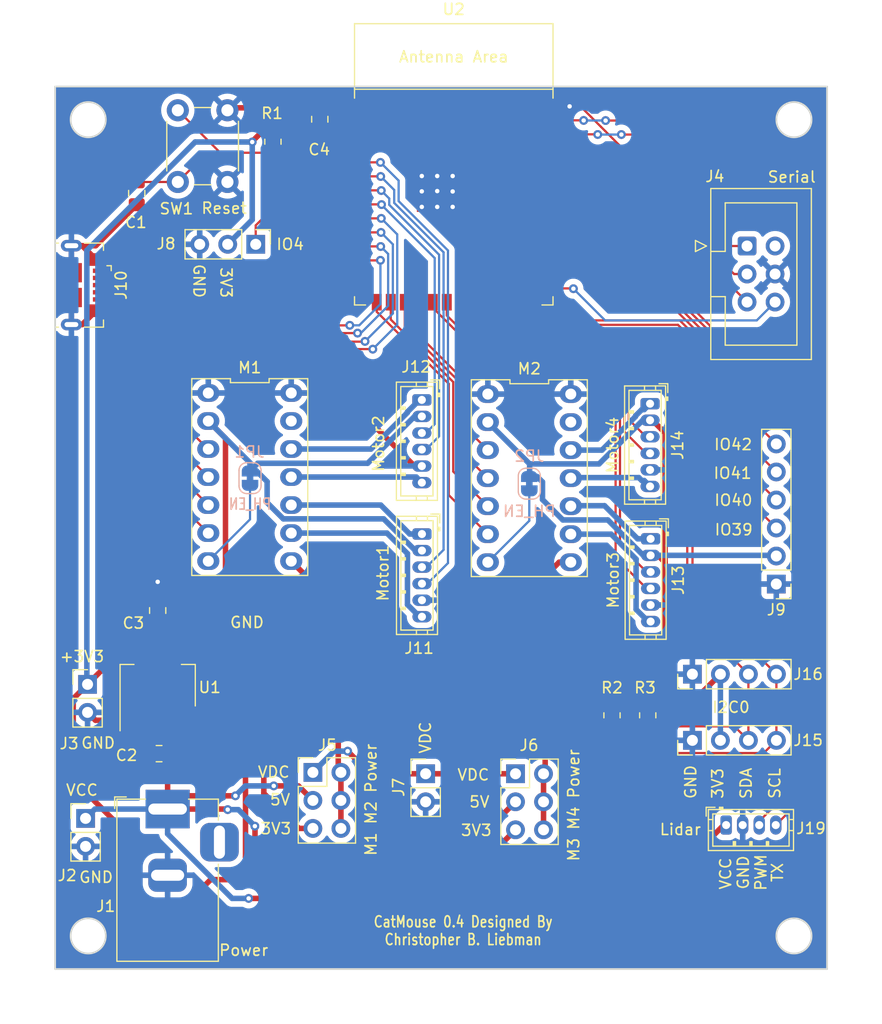
<source format=kicad_pcb>
(kicad_pcb (version 20221018) (generator pcbnew)
  (title_block (title "${TITLE}") (date "2022-10-31") (rev "${VERSION}") (company "${AUTHOR}"))
  (layers (0 "F.Cu" signal) (31 "B.Cu" signal) (34 "B.Paste" user) (35 "F.Paste" user) (36 "B.SilkS" user "B.Silkscreen") (37 "F.SilkS" user "F.Silkscreen") (38 "B.Mask" user) (39 "F.Mask" user) (44 "Edge.Cuts" user))
  (property "AUTHOR" "Christopher B. Liebman")
  (property "TITLE" "CatMouse")
  (property "VERSION" "0.4")
  (net 0 "")
  (net 1 "VCC")
  (net 2 "GND")
  (net 3 "/RST")
  (net 4 "+3V3")
  (net 6 "/TXD")
  (net 7 "/RXD")
  (net 8 "/IO0")
  (net 10 "/IO39")
  (net 11 "/IO40")
  (net 12 "/LD_RX")
  (net 13 "/LD_PWM")
  (net 15 "VDC")
  (net 16 "/M1_OUT2")
  (net 17 "/M1_ENC1")
  (net 18 "/M1_OUT1")
  (net 19 "/M2_OUT2")
  (net 20 "/M2_ENC1")
  (net 21 "/M2_OUT1")
  (net 22 "/M3_OUT2")
  (net 23 "/M1_ENC2")
  (net 24 "/M3_ENC1")
  (net 25 "/M3_OUT1")
  (net 26 "/M4_OUT2")
  (net 27 "/M2_ENC2")
  (net 28 "/M4_ENC1")
  (net 29 "/M4_OUT1")
  (net 30 "/SDA0")
  (net 31 "/SCL0")
  (net 32 "/IO41")
  (net 33 "/IO42")
  (net 35 "Net-(JP1-A)")
  (net 36 "Net-(JP2-A)")
  (net 37 "/M2_EN")
  (net 38 "/M2_PH")
  (net 39 "/M1_EN")
  (net 40 "/M1_PH")
  (net 41 "/M4_EN")
  (net 42 "/M4_PH")
  (net 43 "/M3_EN")
  (net 44 "/M3_PH")
  (net 45 "/M3_ENC2")
  (net 47 "/VM1M2")
  (net 48 "/VM3M4")
  (net 49 "/M4_ENC2")
  (net 50 "/USB_D+")
  (net 51 "/USB_D-")
  (net 52 "/IO4")
  (footprint "Connector_PinHeader_2.54mm:PinHeader_1x06_P2.54mm_Vertical" (layer "F.Cu") (at 184.4 102.1 180)
    (fp_text reference "J9")
    (fp_text value "IO")
  )
  (footprint "CatMouse:JST_ZH_B6B-ZR_1x06_P1.50mm_Vertical" (layer "F.Cu") (at 172.95 85.75 -90)
    (fp_text reference "J14")
    (fp_text value "Motor4")
  )
  (footprint "CatMouse:JST_ZH_B6B-ZR_1x06_P1.50mm_Vertical" (layer "F.Cu") (at 152.255 85.405 -90)
    (fp_text reference "J12")
    (fp_text value "Motor2")
  )
  (footprint "Connector_USB:USB_Micro-B_GCT_USB3076-30-A" (layer "F.Cu") (at 121.675 75 -90)
    (fp_text reference "J10")
    (fp_text value "USB_B_Micro")
  )
  (footprint "Capacitor_SMD:C_0805_2012Metric_Pad1.18x1.45mm_HandSolder" (layer "F.Cu") (at 128.425 117.475 180)
    (fp_text reference "C2")
    (fp_text value "10uf")
  )
  (footprint "Connector_PinHeader_2.54mm:PinHeader_1x04_P2.54mm_Vertical" (layer "F.Cu") (at 176.79 110.27 90)
    (fp_text reference "J16")
    (fp_text value "I2C0")
  )
  (footprint "CatMouse:JST_ZH_B4B-ZR_1x04_P1.50mm_Vertical" (layer "F.Cu") (at 179.85 123.95)
    (fp_text reference "J19")
    (fp_text value "Lidar")
  )
  (footprint "Connector_PinHeader_2.54mm:PinHeader_1x03_P2.54mm_Vertical" (layer "F.Cu") (at 137.19 71.3 -90)
    (fp_text reference "J8")
    (fp_text value "IO4")
  )
  (footprint "Resistor_SMD:R_0805_2012Metric_Pad1.20x1.40mm_HandSolder" (layer "F.Cu") (at 138.75 62 -90)
    (fp_text reference "R1")
    (fp_text value "10k")
  )
  (footprint "Connector_PinHeader_2.54mm:PinHeader_2x03_P2.54mm_Vertical" (layer "F.Cu") (at 142.375 119.175)
    (fp_text reference "J5")
    (fp_text value "M1 M2 Power")
  )
  (footprint "CatMouse:DRV8835_pololu" (layer "F.Cu") (at 162 92.5 -90)
    (fp_text reference "M2")
    (fp_text value "DRV8835_pololu")
  )
  (footprint "Resistor_SMD:R_0805_2012Metric_Pad1.20x1.40mm_HandSolder" (layer "F.Cu") (at 169.5 114 -90)
    (fp_text reference "R2")
    (fp_text value "4.7k")
  )
  (footprint "Package_TO_SOT_SMD:SOT-223-3_TabPin2" (layer "F.Cu") (at 128.3 111.3 90)
    (fp_text reference "U1")
    (fp_text value "AZ1117-3.3")
  )
  (footprint "Connector_PinHeader_2.54mm:PinHeader_1x02_P2.54mm_Vertical" (layer "F.Cu") (at 121.94 111.195)
    (fp_text reference "J3")
    (fp_text value "+3V3")
  )
  (footprint "Capacitor_SMD:C_0805_2012Metric_Pad1.18x1.45mm_HandSolder" (layer "F.Cu") (at 126.4 66.675 -90)
    (fp_text reference "C1")
    (fp_text value "10uf")
  )
  (footprint "CatMouse:BarrelJack_CUI_PJ-202A_Horizontal" (layer "F.Cu") (at 129.2 122.5 90)
    (fp_text reference "J1")
    (fp_text value "Power")
  )
  (footprint "Connector_PinHeader_2.54mm:PinHeader_1x02_P2.54mm_Vertical" (layer "F.Cu") (at 121.76 123.345)
    (fp_text reference "J2")
    (fp_text value "VCC")
  )
  (footprint "Connector_IDC:IDC-Header_2x03_P2.54mm_Vertical" (layer "F.Cu") (at 181.7475 71.455)
    (fp_text reference "J4")
    (fp_text value "Serial")
  )
  (footprint "Resistor_SMD:R_0805_2012Metric_Pad1.20x1.40mm_HandSolder" (layer "F.Cu") (at 172.74 114 -90)
    (fp_text reference "R3")
    (fp_text value "4.7k")
  )
  (footprint "Connector_PinHeader_2.54mm:PinHeader_1x04_P2.54mm_Vertical" (layer "F.Cu") (at 176.79 116.27 90)
    (fp_text reference "J15")
    (fp_text value "I2C0")
  )
  (footprint "Capacitor_SMD:C_0805_2012Metric_Pad1.18x1.45mm_HandSolder" (layer "F.Cu") (at 143 59.9625 90)
    (fp_text reference "C4")
    (fp_text value "10uf")
  )
  (footprint "CatMouse:DRV8835_pololu" (layer "F.Cu") (at 136.65 92.4 -90)
    (fp_text reference "M1")
    (fp_text value "DRV8835_pololu")
  )
  (footprint "CatMouse:JST_ZH_B6B-ZR_1x06_P1.50mm_Vertical" (layer "F.Cu") (at 152.265 97.565 -90)
    (fp_text reference "J11")
    (fp_text value "Motor1")
  )
  (footprint "Capacitor_SMD:C_0805_2012Metric_Pad1.18x1.45mm_HandSolder" (layer "F.Cu") (at 128.3 104.5 90)
    (fp_text reference "C3")
    (fp_text value "10uf")
  )
  (footprint "Connector_PinHeader_2.54mm:PinHeader_2x03_P2.54mm_Vertical" (layer "F.Cu") (at 160.75 119.3)
    (fp_text reference "J6")
    (fp_text value "M3 M4 Power")
  )
  (footprint "CatMouse:SW_PUSH_6mm" (layer "F.Cu") (at 134.625 59.15 -90)
    (fp_text reference "SW1")
    (fp_text value "Reset")
  )
  (footprint "CatMouse:JST_ZH_B6B-ZR_1x06_P1.50mm_Vertical" (layer "F.Cu") (at 173 98 -90)
    (fp_text reference "J13")
    (fp_text value "Motor3")
  )
  (footprint "Espressif:ESP32-S3-WROOM-1" (layer "F.Cu") (at 155.15 67.05)
    (fp_text reference "U2")
    (fp_text value "ESP32-S3-WROOM-1")
  )
  (footprint "Connector_PinHeader_2.54mm:PinHeader_1x02_P2.54mm_Vertical" (layer "F.Cu") (at 152.6 119.3)
    (fp_text reference "J7")
    (fp_text value "VDC")
  )
  (footprint "Jumper:SolderJumper-2_P1.3mm_Bridged_RoundedPad1.0x1.5mm" (layer "B.Cu") (at 162 93 90)
    (fp_text reference "JP2")
    (fp_text value "PH_EN")
  )
  (footprint "Jumper:SolderJumper-2_P1.3mm_Bridged_RoundedPad1.0x1.5mm" (layer "B.Cu") (at 136.675 92.5 90)
    (fp_text reference "JP1")
    (fp_text value "PH_EN")
  )
  (gr_line (start 119 57) (end 189 57) (stroke (width 0.16)) (layer "Edge.Cuts"))
  (gr_circle (center 186 60) (end 184.4 60) (stroke (width 0.16)) (fill none) (layer "Edge.Cuts"))
  (gr_circle (center 122 134) (end 120.4 134) (stroke (width 0.16)) (fill none) (layer "Edge.Cuts"))
  (gr_line (start 189 137) (end 119 137) (stroke (width 0.16)) (layer "Edge.Cuts"))
  (gr_line (start 189 57) (end 189 137) (stroke (width 0.16)) (layer "Edge.Cuts"))
  (gr_circle (center 186 134) (end 184.4 134) (stroke (width 0.16)) (fill none) (layer "Edge.Cuts"))
  (gr_line (start 119 137) (end 119 57) (stroke (width 0.16)) (layer "Edge.Cuts"))
  (gr_circle (center 122 60) (end 120.4 60) (stroke (width 0.16)) (fill none) (layer "Edge.Cuts"))
  (gr_text "GND" (at 122.72 128.68) (layer "F.SilkS") (effects (font (size 1 1))))
  (gr_text "VCC" (at 179.8 128.35 90) (layer "F.SilkS") (effects (font (size 1 1))))
  (gr_text "3V3" (at 134.5 74.775 270) (layer "F.SilkS") (effects (font (size 1 1))))
  (gr_text "3V3" (at 179.085 120.17 90) (layer "F.SilkS") (effects (font (size 1 1))))
  (gr_text "IO39" (at 182.35 97.175) (layer "F.SilkS") (effects (font (size 1 1)) (justify right)))
  (gr_text "IO42" (at 182.3 89.45) (layer "F.SilkS") (effects (font (size 1 1)) (justify right)))
  (gr_text "${TITLE} ${VERSION} Designed By\n${AUTHOR}" (at 156 133.525) (layer "F.SilkS") (effects (font (size 1 0.8))))
  (gr_text "GND" (at 122.9 116.51) (layer "F.SilkS") (effects (font (size 1 1))))
  (gr_text "VDC" (at 158.45 119.4) (layer "F.SilkS") (effects (font (size 1 1)) (justify right)))
  (gr_text "SDA" (at 181.66 120.17 90) (layer "F.SilkS") (effects (font (size 1 1))))
  (gr_text "GND" (at 132.05 74.625 270) (layer "F.SilkS") (effects (font (size 1 1))))
  (gr_text "GND" (at 136.4 105.575) (layer "F.SilkS") (effects (font (size 1 1))))
  (gr_text "3V3" (at 158.675 124.425) (layer "F.SilkS") (effects (font (size 1 1)) (justify right)))
  (gr_text "SCL" (at 184.26 120.17 90) (layer "F.SilkS") (effects (font (size 1 1))))
  (gr_text "GND" (at 181.4 128.25 90) (layer "F.SilkS") (effects (font (size 1 1))))
  (gr_text "IO41" (at 182.25 92.05) (layer "F.SilkS") (effects (font (size 1 1)) (justify right)))
  (gr_text "5V" (at 140.4 121.65) (layer "F.SilkS") (effects (font (size 1 1)) (justify right)))
  (gr_text "TX" (at 184.5 128.25 90) (layer "F.SilkS") (effects (font (size 1 1))))
  (gr_text "5V" (at 158.475 121.85) (layer "F.SilkS") (effects (font (size 1 1)) (justify right)))
  (gr_text "PWM" (at 183 128.25 90) (layer "F.SilkS") (effects (font (size 1 1))))
  (gr_text "IO40" (at 182.325 94.5) (layer "F.SilkS") (effects (font (size 1 1)) (justify right)))
  (gr_text "GND" (at 176.635 120.045 90) (layer "F.SilkS") (effects (font (size 1 1))))
  (gr_text "3V3" (at 140.5 124.275) (layer "F.SilkS") (effects (font (size 1 1)) (justify right)))
  (gr_text "VDC" (at 140.35 119.15) (layer "F.SilkS") (effects (font (size 1 1)) (justify right)))
  (segment (start 137.125 126.55) (end 137.55 126.975) (width 0.5) (layer "F.Cu") (net 1))
  (segment (start 138.825 120.4) (end 141.06 120.4) (width 0.5) (layer "F.Cu") (net 1))
  (segment (start 172.985284 130.6) (end 179.635284 123.95) (width 0.5) (layer "F.Cu") (net 1))
  (segment (start 134.6 122.5) (end 134.65 122.55) (width 0.5) (layer "F.Cu") (net 1))
  (segment (start 179.635284 123.95) (end 179.85 123.95) (width 0.5) (layer "F.Cu") (net 1))
  (segment (start 130.4 121.3) (end 129.2 122.5) (width 0.5) (layer "F.Cu") (net 1))
  (segment (start 129.2 122.5) (end 134.6 122.5) (width 0.5) (layer "F.Cu") (net 1))
  (segment (start 129.2 117.7375) (end 129.4625 117.475) (width 0.5) (layer "F.Cu") (net 1))
  (segment (start 129.2 122.5) (end 129.2 117.7375) (width 0.5) (layer "F.Cu") (net 1))
  (segment (start 130.6 116.3375) (end 130.6 114.45) (width 0.5) (layer "F.Cu") (net 1))
  (segment (start 155.615 126.975) (end 160.75 121.84) (width 0.5) (layer "F.Cu") (net 1))
  (segment (start 129.4625 117.475) (end 130.6 116.3375) (width 0.5) (layer "F.Cu") (net 1))
  (segment (start 137.125 124.061823) (end 137.125 126.55) (width 0.5) (layer "F.Cu") (net 1))
  (segment (start 137.113177 124.05) (end 137.125 124.061823) (width 0.5) (layer "F.Cu") (net 1))
  (segment (start 137.55 126.975) (end 155.615 126.975) (width 0.5) (layer "F.Cu") (net 1))
  (segment (start 136.55 130.6) (end 172.985284 130.6) (width 0.5) (layer "F.Cu") (net 1))
  (segment (start 135.35 121.3) (end 130.4 121.3) (width 0.5) (layer "F.Cu") (net 1))
  (segment (start 141.06 120.4) (end 142.375 121.715) (width 0.5) (layer "F.Cu") (net 1))
  (via (at 134.65 122.55) (size 0.8) (drill 0.4) (layers "F.Cu" "B.Cu") (net 1))
  (via (at 136.55 130.6) (size 0.8) (drill 0.4) (layers "F.Cu" "B.Cu") (net 1))
  (via (at 135.35 121.3) (size 0.8) (drill 0.4) (layers "F.Cu" "B.Cu") (net 1))
  (via (at 137.113177 124.05) (size 0.8) (drill 0.4) (layers "F.Cu" "B.Cu") (net 1))
  (via (at 138.825 120.4) (size 0.8) (drill 0.4) (layers "F.Cu" "B.Cu") (net 1))
  (segment (start 136.25 120.4) (end 135.35 121.3) (width 0.5) (layer "B.Cu") (net 1))
  (segment (start 129.2 122.5) (end 122.605 122.5) (width 0.5) (layer "B.Cu") (net 1))
  (segment (start 129.2 124.75) (end 135.05 130.6) (width 0.5) (layer "B.Cu") (net 1))
  (segment (start 122.605 122.5) (end 121.76 123.345) (width 0.5) (layer "B.Cu") (net 1))
  (segment (start 137.113177 124.05) (end 135.613177 122.55) (width 0.5) (layer "B.Cu") (net 1))
  (segment (start 129.2 122.5) (end 129.2 124.75) (width 0.5) (layer "B.Cu") (net 1))
  (segment (start 135.613177 122.55) (end 134.65 122.55) (width 0.5) (layer "B.Cu") (net 1))
  (segment (start 135.05 130.6) (end 136.55 130.6) (width 0.5) (layer "B.Cu") (net 1))
  (segment (start 138.825 120.4) (end 136.25 120.4) (width 0.5) (layer "B.Cu") (net 1))
  (segment (start 134.85 58.925) (end 143 58.925) (width 0.5) (layer "F.Cu") (net 2))
  (segment (start 120.475 78.575) (end 120.475 76.125) (width 0.5) (layer "F.Cu") (net 2))
  (segment (start 120.475 71.425) (end 121.45 71.425) (width 0.5) (layer "F.Cu") (net 2))
  (segment (start 121.45 78.575) (end 122.705 77.32) (width 0.5) (layer "F.Cu") (net 2))
  (segment (start 144.565 58.79) (end 146.4 58.79) (width 0.5) (layer "F.Cu") (net 2))
  (segment (start 122.6875 71.425) (end 120.475 71.425) (width 0.5) (layer "F.Cu") (net 2))
  (segment (start 144.4 58.925) (end 144.55 58.775) (width 0.5) (layer "F.Cu") (net 2))
  (segment (start 122.655 114.45) (end 121.94 113.735) (width 0.5) (layer "F.Cu") (net 2))
  (segment (start 134.625 59.15) (end 134.85 58.925) (width 0.5) (layer "F.Cu") (net 2))
  (segment (start 144.965 84.78) (end 140.41 84.78) (width 0.5) (layer "F.Cu") (net 2))
  (segment (start 163.9 58.79) (end 165.650756 58.79) (width 0.5) (layer "F.Cu") (net 2))
  (segment (start 123.125 76.3) (end 123.125 76.9) (width 0.5) (layer "F.Cu") (net 2))
  (segment (start 126 116.0875) (end 126 114.45) (width 0.5) (layer "F.Cu") (net 2))
  (segment (start 153.65 65.11) (end 155.05 65.11) (width 0.5) (layer "F.Cu") (net 2))
  (segment (start 153.65 67.91) (end 152.25 67.91) (width 0.5) (layer "F.Cu") (net 2))
  (segment (start 120.475 78.575) (end 121.45 78.575) (width 0.5) (layer "F.Cu") (net 2))
  (segment (start 152.25 66.5) (end 152.25 65.11) (width 0.5) (layer "F.Cu") (net 2))
  (segment (start 126.4 67.7125) (end 122.6875 71.425) (width 0.5) (layer "F.Cu") (net 2))
  (segment (start 128.3 103.4625) (end 128.3 101.9) (width 0.5) (layer "F.Cu") (net 2))
  (segment (start 155.05 67.91) (end 153.65 67.91) (width 0.5) (layer "F.Cu") (net 2))
  (segment (start 153.65 66.475) (end 153.65 66.51) (width 0.5) (layer "F.Cu") (net 2))
  (segment (start 126 114.45) (end 122.655 114.45) (width 0.5) (layer "F.Cu") (net 2))
  (segment (start 123.125 76.9) (end 122.705 77.32) (width 0.5) (layer "F.Cu") (net 2))
  (segment (start 155.05 65.11) (end 155.05 66.51) (width 0.5) (layer "F.Cu") (net 2))
  (segment (start 152.25 66.51) (end 153.65 66.51) (width 0.5) (layer "F.Cu") (net 2))
  (segment (start 143 58.925) (end 144.4 58.925) (width 0.5) (layer "F.Cu") (net 2))
  (segment (start 144.55 58.775) (end 144.565 58.79) (width 0.5) (layer "F.Cu") (net 2))
  (segment (start 120.475 71.425) (end 120.475 73.875) (width 0.5) (layer "F.Cu") (net 2))
  (segment (start 155.05 66.51) (end 153.65 66.51) (width 0.5) (layer "F.Cu") (net 2))
  (segment (start 121.45 71.425) (end 122.705 72.68) (width 0.5) (layer "F.Cu") (net 2))
  (segment (start 127.3875 117.475) (end 126 116.0875) (width 0.5) (layer "F.Cu") (net 2))
  (segment (start 153.65 67.91) (end 153.65 66.51) (width 0.5) (layer "F.Cu") (net 2))
  (segment (start 152.25 65.11) (end 153.65 65.11) (width 0.5) (layer "F.Cu") (net 2))
  (segment (start 152.25 67.91) (end 152.25 66.51) (width 0.5) (layer "F.Cu") (net 2))
  (segment (start 153.65 65.11) (end 153.65 66.475) (width 0.5) (layer "F.Cu") (net 2))
  (segment (start 155.05 66.51) (end 155.05 67.91) (width 0.5) (layer "F.Cu") (net 2))
  (segment (start 152.255 91.405) (end 151.59 91.405) (width 0.5) (layer "F.Cu") (net 2))
  (segment (start 152.25 66.51) (end 152.25 66.5) (width 0.5) (layer "F.Cu") (net 2))
  (segment (start 151.59 91.405) (end 144.965 84.78) (width 0.5) (layer "F.Cu") (net 2))
  (segment (start 165.650756 58.79) (end 165.655378 58.794622) (width 0.5) (layer "F.Cu") (net 2))
  (via (at 152.25 65.11) (size 0.8) (drill 0.4) (layers "F.Cu" "B.Cu") (net 2))
  (via (at 155.05 67.91) (size 0.8) (drill 0.4) (layers "F.Cu" "B.Cu") (net 2))
  (via (at 165.655378 58.794622) (size 0.8) (drill 0.4) (layers "F.Cu" "B.Cu") (net 2))
  (via (at 153.65 67.91) (size 0.8) (drill 0.4) (layers "F.Cu" "B.Cu") (net 2))
  (via (at 155.05 66.51) (size 0.8) (drill 0.4) (layers "F.Cu" "B.Cu") (net 2))
  (via (at 155.05 65.11) (size 0.8) (drill 0.4) (layers "F.Cu" "B.Cu") (net 2))
  (via (at 153.65 66.475) (size 0.8) (drill 0.4) (layers "F.Cu" "B.Cu") (net 2))
  (via (at 152.25 67.91) (size 0.8) (drill 0.4) (layers "F.Cu" "B.Cu") (net 2))
  (via (at 152.25 66.5) (size 0.8) (drill 0.4) (layers "F.Cu" "B.Cu") (net 2))
  (via (at 153.65 65.11) (size 0.8) (drill 0.4) (layers "F.Cu" "B.Cu") (net 2))
  (via (at 128.3 101.9) (size 0.8) (drill 0.4) (layers "F.Cu" "B.Cu") (net 2))
  (segment (start 168.905378 61.054672) (end 168.905378 61.056084) (width 0.2) (layer "F.Cu") (net 3))
  (segment (start 146.5 61.285) (end 147.565 61.285) (width 0.2) (layer "F.Cu") (net 3))
  (segment (start 168.905378 61.056084) (end 179.304294 71.455) (width 0.2) (layer "F.Cu") (net 3))
  (segment (start 147.565 61.285) (end 150.95 57.9) (width 0.2) (layer "F.Cu") (net 3))
  (segment (start 167.630378 59.781084) (end 168.493916 60.644622) (width 0.2) (layer "F.Cu") (net 3))
  (segment (start 143.175 63) (end 138.75 63) (width 0.2) (layer "F.Cu") (net 3))
  (segment (start 133.975 63) (end 130.125 59.15) (width 0.2) (layer "F.Cu") (net 3))
  (segment (start 126.4125 65.65) (end 130.125 65.65) (width 0.2) (layer "F.Cu") (net 3))
  (segment (start 168.495328 60.644622) (end 168.905378 61.054672) (width 0.2) (layer "F.Cu") (net 3))
  (segment (start 167.630378 59.779672) (end 167.630378 59.781084) (width 0.2) (layer "F.Cu") (net 3))
  (segment (start 126.4 65.6375) (end 126.4125 65.65) (width 0.2) (layer "F.Cu") (net 3))
  (segment (start 168.493916 60.644622) (end 168.495328 60.644622) (width 0.2) (layer "F.Cu") (net 3))
  (segment (start 133.975 63) (end 132.775 63) (width 0.2) (layer "F.Cu") (net 3))
  (segment (start 132.775 63) (end 130.125 65.65) (width 0.2) (layer "F.Cu") (net 3))
  (segment (start 144.845 61.33) (end 143.175 63) (width 0.2) (layer "F.Cu") (net 3))
  (segment (start 179.304294 71.455) (end 181.7475 71.455) (width 0.2) (layer "F.Cu") (net 3))
  (segment (start 138.75 63) (end 133.975 63) (width 0.2) (layer "F.Cu") (net 3))
  (segment (start 150.95 57.9) (end 165.750706 57.9) (width 0.2) (layer "F.Cu") (net 3))
  (segment (start 146.4 61.33) (end 144.845 61.33) (width 0.2) (layer "F.Cu") (net 3))
  (segment (start 165.750706 57.9) (end 167.630378 59.779672) (width 0.2) (layer "F.Cu") (net 3))
  (segment (start 157.455 127.675) (end 160.75 124.38) (width 0.5) (layer "F.Cu") (net 4))
  (segment (start 141.105 124.255) (end 142.375 124.255) (width 0.5) (layer "F.Cu") (net 4))
  (segment (start 174.31452 88.400483) (end 174.31452 100.14952) (width 0.5) (layer "F.Cu") (net 4))
  (segment (start 173.665 99.5) (end 173 99.5) (width 0.5) (layer "F.Cu") (net 4))
  (segment (start 136.875 61.975) (end 137.85 61) (width 0.5) (layer "F.Cu") (net 4))
  (segment (start 121.94 111.195) (end 124.985 108.15) (width 0.5) (layer "F.Cu") (net 4))
  (segment (start 143.6 61) (end 144.54 60.06) (width 0.5) (layer "F.Cu") (net 4))
  (segment (start 131.15 130.85) (end 133.1 128.9) (width 0.5) (layer "F.Cu") (net 4))
  (segment (start 124.985 108.15) (end 128.3 108.15) (width 0.5) (layer "F.Cu") (net 4))
  (segment (start 172.95 87.25) (end 173.164037 87.25) (width 0.5) (layer "F.Cu") (net 4))
  (segment (start 169.5 113) (end 172.74 113) (width 0.5) (layer "F.Cu") (net 4))
  (segment (start 166.875 128.9) (end 168.26548 127.50952) (width 0.5) (layer "F.Cu") (net 4))
  (segment (start 127.05 130.85) (end 131.15 130.85) (width 0.5) (layer "F.Cu") (net 4))
  (segment (start 138.75 61) (end 143 61) (width 0.5) (layer "F.Cu") (net 4))
  (segment (start 128.3 108.15) (end 130.05 108.15) (width 0.5) (layer "F.Cu") (net 4))
  (segment (start 131.1 108.15) (end 128.3 108.15) (width 0.5) (layer "F.Cu") (net 4))
  (segment (start 121.94 111.195) (end 120.640489 112.494511) (width 0.5) (layer "F.Cu") (net 4))
  (segment (start 124.2 128) (end 127.05 130.85) (width 0.5) (layer "F.Cu") (net 4))
  (segment (start 134.45 88.88) (end 134.45 104.8) (width 0.5) (layer "F.Cu") (net 4))
  (segment (start 172.74 113) (end 174.31452 111.42548) (width 0.5) (layer "F.Cu") (net 4))
  (segment (start 168.26548 114.23452) (end 169.5 113) (width 0.5) (layer "F.Cu") (net 4))
  (segment (start 173.164037 87.25) (end 174.31452 88.400483) (width 0.5) (layer "F.Cu") (net 4))
  (segment (start 133.1 128.9) (end 166.875 128.9) (width 0.5) (layer "F.Cu") (net 4))
  (segment (start 134.45 104.8) (end 131.1 108.15) (width 0.5) (layer "F.Cu") (net 4))
  (segment (start 174.31452 100.14952) (end 173.665 99.5) (width 0.5) (layer "F.Cu") (net 4))
  (segment (start 174.31452 111.42548) (end 174.31452 100.14952) (width 0.5) (layer "F.Cu") (net 4))
  (segment (start 128.3 108.15) (end 128.3 114.45) (width 0.5) (layer "F.Cu") (net 4))
  (segment (start 130.05 108.15) (end 137.925 116.025) (width 0.5) (layer "F.Cu") (net 4))
  (segment (start 176.6 113) (end 179.33 110.27) (width 0.5) (layer "F.Cu") (net 4))
  (segment (start 132.89 87.32) (end 134.45 88.88) (width 0.5) (layer "F.Cu") (net 4))
  (segment (start 144.54 60.06) (end 146.4 60.06) (width 0.5) (layer "F.Cu") (net 4))
  (segment (start 136.263677 126.863677) (end 137.075 127.675) (width 0.5) (layer "F.Cu") (net 4))
  (segment (start 137.925 116.025) (end 137.925 121.075) (width 0.5) (layer "F.Cu") (net 4))
  (segment (start 143 61) (end 143.6 61) (width 0.5) (layer "F.Cu") (net 4))
  (segment (start 137.85 61) (end 138.75 61) (width 0.5) (layer "F.Cu") (net 4))
  (segment (start 168.26548 127.50952) (end 168.26548 114.23452) (width 0.5) (layer "F.Cu") (net 4))
  (segment (start 124.2 123.4) (end 124.2 128) (width 0.5) (layer "F.Cu") (net 4))
  (segment (start 137.075 127.675) (end 157.455 127.675) (width 0.5) (layer "F.Cu") (net 4))
  (segment (start 136.263677 116.113677) (end 136.263677 126.863677) (width 0.5) (layer "F.Cu") (net 4))
  (segment (start 172.74 113) (end 176.6 113) (width 0.5) (layer "F.Cu") (net 4))
  (segment (start 128.3 108.15) (end 136.263677 116.113677) (width 0.5) (layer "F.Cu") (net 4))
  (segment (start 137.925 121.075) (end 141.105 124.255) (width 0.5) (layer "F.Cu") (net 4))
  (segment (start 136.875 62.025) (end 136.875 61.975) (width 0.5) (layer "F.Cu") (net 4))
  (segment (start 128.3 105.5375) (end 128.3 108.15) (width 0.5) (layer "F.Cu") (net 4))
  (segment (start 120.640489 112.494511) (end 120.640489 119.840489) (width 0.5) (layer "F.Cu") (net 4))
  (segment (start 120.640489 119.840489) (end 124.2 123.4) (width 0.5) (layer "F.Cu") (net 4))
  (via (at 136.875 62.025) (size 0.8) (drill 0.4) (layers "F.Cu" "B.Cu") (net 4))
  (segment (start 173 99.5) (end 172.335 99.5) (width 0.5) (layer "B.Cu") (net 4))
  (segment (start 173 99.5) (end 184.34 99.5) (width 0.5) (layer "B.Cu") (net 4))
  (segment (start 172.285 87.25) (end 168.32548 91.20952) (width 0.5) (layer "B.Cu") (net 4))
  (segment (start 121.875 71.84939) (end 131.69939 62.025) (width 0.5) (layer "B.Cu") (net 4))
  (segment (start 169.12452 96.28952) (end 165.042432 96.28952) (width 0.5) (layer "B.Cu") (net 4))
  (segment (start 148.78952 96.18952) (end 151.665 99.065) (width 0.5) (layer "B.Cu") (net 4))
  (segment (start 138.225 94.722767) (end 139.691753 96.18952) (width 0.5) (layer "B.Cu") (net 4))
  (segment (start 179.33 116.27) (end 179.33 110.27) (width 0.5) (layer "B.Cu") (net 4))
  (segment (start 172.335 99.5) (end 169.12452 96.28952) (width 0.5) (layer "B.Cu") (net 4))
  (segment (start 121.875 111.13) (end 121.875 71.84939) (width 0.5) (layer "B.Cu") (net 4))
  (segment (start 131.69939 62.025) (end 136.875 62.025) (width 0.5) (layer "B.Cu") (net 4))
  (segment (start 121.94 111.195) (end 121.875 111.13) (width 0.5) (layer "B.Cu") (net 4))
  (segment (start 136.675 91.85) (end 137.261396 91.85) (width 0.5) (layer "B.Cu") (net 4))
  (segment (start 163.19952 94.446608) (end 163.19952 92.84952) (width 0.5) (layer "B.Cu") (net 4))
  (segment (start 168.32548 91.20952) (end 162.02952 91.20952) (width 0.5) (layer "B.Cu") (net 4))
  (segment (start 137.261396 91.85) (end 138.225 92.813604) (width 0.5) (layer "B.Cu") (net 4))
  (segment (start 162.02952 92.32048) (end 162 92.35) (width 0.5) (layer "B.Cu") (net 4))
  (segment (start 151.665 99.065) (end 152.265 99.065) (width 0.5) (layer "B.Cu") (net 4))
  (segment (start 162.02952 91.20952) (end 162.02952 92.32048) (width 0.5) (layer "B.Cu") (net 4))
  (segment (start 136.875 69.075) (end 136.875 62.025) (width 0.5) (layer "B.Cu") (net 4))
  (segment (start 162.02952 91.20952) (end 158.24 87.42) (width 0.5) (layer "B.Cu") (net 4))
  (segment (start 136.675 91.85) (end 136.675 91.105) (width 0.5) (layer "B.Cu") (net 4))
  (segment (start 147.34452 91.15048) (end 137.37452 91.15048) (width 0.5) (layer "B.Cu") (net 4))
  (segment (start 147.34452 91.15048) (end 151.59 86.905) (width 0.5) (layer "B.Cu") (net 4))
  (segment (start 138.225 92.813604) (end 138.225 94.722767) (width 0.5) (layer "B.Cu") (net 4))
  (segment (start 163.19952 92.84952) (end 162.7 92.35) (width 0.5) (layer "B.Cu") (net 4))
  (segment (start 136.675 91.105) (end 132.89 87.32) (width 0.5) (layer "B.Cu") (net 4))
  (segment (start 137.37452 91.15048) (end 136.675 91.85) (width 0.5) (layer "B.Cu") (net 4))
  (segment (start 134.65 71.3) (end 136.875 69.075) (width 0.5) (layer "B.Cu") (net 4))
  (segment (start 151.59 86.905) (end 152.255 86.905) (width 0.5) (layer "B.Cu") (net 4))
  (segment (start 184.34 99.5) (end 184.4 99.56) (width 0.5) (layer "B.Cu") (net 4))
  (segment (start 165.042432 96.28952) (end 163.19952 94.446608) (width 0.5) (layer "B.Cu") (net 4))
  (segment (start 172.95 87.25) (end 172.285 87.25) (width 0.5) (layer "B.Cu") (net 4))
  (segment (start 162.7 92.35) (end 162 92.35) (width 0.5) (layer "B.Cu") (net 4))
  (segment (start 139.691753 96.18952) (end 148.78952 96.18952) (width 0.5) (layer "B.Cu") (net 4))
  (segment (start 180.57 73.995) (end 169.175 62.6) (width 0.2) (layer "F.Cu") (net 6))
  (segment (start 181.7475 73.995) (end 180.57 73.995) (width 0.2) (layer "F.Cu") (net 6))
  (segment (start 169.175 62.6) (end 163.9 62.6) (width 0.2) (layer "F.Cu") (net 6))
  (segment (start 169.0825 63.87) (end 163.9 63.87) (width 0.2) (layer "F.Cu") (net 7))
  (segment (start 181.7475 76.535) (end 169.0825 63.87) (width 0.2) (layer "F.Cu") (net 7))
  (segment (start 166 75.325) (end 165.975 75.3) (width 0.2) (layer "F.Cu") (net 8))
  (segment (start 165.975 75.3) (end 163.9 75.3) (width 0.2) (layer "F.Cu") (net 8))
  (via (at 166 75.325) (size 0.8) (drill 0.4) (layers "F.Cu" "B.Cu") (net 8))
  (segment (start 168.875 78.2) (end 166 75.325) (width 0.2) (layer "B.Cu") (net 8))
  (segment (start 182.6225 78.2) (end 168.875 78.2) (width 0.2) (layer "B.Cu") (net 8))
  (segment (start 184.2875 76.535) (end 182.6225 78.2) (width 0.2) (layer "B.Cu") (net 8))
  (segment (start 177.2 79.187058) (end 177.2 89.82) (width 0.2) (layer "F.Cu") (net 10))
  (segment (start 166.962942 68.95) (end 177.2 79.187058) (width 0.2) (layer "F.Cu") (net 10))
  (segment (start 163.9 68.95) (end 166.962942 68.95) (width 0.2) (layer "F.Cu") (net 10))
  (segment (start 177.2 89.82) (end 184.4 97.02) (width 0.2) (layer "F.Cu") (net 10))
  (segment (start 177.6 87.68) (end 184.4 94.48) (width 0.2) (layer "F.Cu") (net 11))
  (segment (start 163.9 67.68) (end 166.258628 67.68) (width 0.2) (layer "F.Cu") (net 11))
  (segment (start 177.6 79.021372) (end 177.6 87.68) (width 0.2) (layer "F.Cu") (net 11))
  (segment (start 166.258628 67.68) (end 177.6 79.021372) (width 0.2) (layer "F.Cu") (net 11))
  (segment (start 176.121063 60.080378) (end 187.15 71.109314) (width 0.2) (layer "F.Cu") (net 12))
  (segment (start 187.15 121.15) (end 184.35 123.95) (width 0.2) (layer "F.Cu") (net 12))
  (segment (start 187.15 71.109314) (end 187.15 121.15) (width 0.2) (layer "F.Cu") (net 12))
  (segment (start 166.920756 60.06) (end 163.9 60.06) (width 0.2) (layer "F.Cu") (net 12))
  (segment (start 166.930378 60.069622) (end 166.920756 60.06) (width 0.2) (layer "F.Cu") (net 12))
  (segment (start 168.919622 60.080378) (end 176.121063 60.080378) (width 0.2) (layer "F.Cu") (net 12))
  (via (at 166.930378 60.069622) (size 0.8) (drill 0.4) (layers "F.Cu" "B.Cu") (net 12))
  (via (at 168.919622 60.080378) (size 0.8) (drill 0.4) (layers "F.Cu" "B.Cu") (net 12))
  (segment (start 166.935756 60.075) (end 166.930378 60.069622) (width 0.2) (layer "B.Cu") (net 12))
  (segment (start 168.914244 60.075) (end 166.935756 60.075) (width 0.2) (layer "B.Cu") (net 12))
  (segment (start 168.919622 60.080378) (end 168.914244 60.075) (width 0.2) (layer "B.Cu") (net 12))
  (segment (start 182.85 123.6) (end 186.75 119.7) (width 0.2) (layer "F.Cu") (net 13))
  (segment (start 176.825 61.35) (end 186.75 71.275) (width 0.2) (layer "F.Cu") (net 13))
  (segment (start 168.205378 61.344622) (end 168.190756 61.33) (width 0.2) (layer "F.Cu") (net 13))
  (segment (start 168.190756 61.33) (end 163.9 61.33) (width 0.2) (layer "F.Cu") (net 13))
  (segment (start 186.75 119.7) (end 186.75 71.275) (width 0.2) (layer "F.Cu") (net 13))
  (segment (start 170.35 61.35) (end 176.825 61.35) (width 0.2) (layer "F.Cu") (net 13))
  (segment (start 182.85 123.95) (end 182.85 123.6) (width 0.2) (layer "F.Cu") (net 13))
  (via (at 170.35 61.35) (size 0.8) (drill 0.4) (layers "F.Cu" "B.Cu") (net 13))
  (via (at 168.205378 61.344622) (size 0.8) (drill 0.4) (layers "F.Cu" "B.Cu") (net 13))
  (segment (start 170.35 61.35) (end 168.210756 61.35) (width 0.2) (layer "B.Cu") (net 13))
  (segment (start 168.210756 61.35) (end 168.205378 61.344622) (width 0.2) (layer "B.Cu") (net 13))
  (segment (start 147.5745 119.3) (end 152.6 119.3) (width 0.5) (layer "F.Cu") (net 15))
  (segment (start 145.5245 117.25) (end 147.5745 119.3) (width 0.5) (layer "F.Cu") (net 15))
  (segment (start 152.6 119.3) (end 160.75 119.3) (width 0.5) (layer "F.Cu") (net 15))
  (via (at 145.5245 117.25) (size 0.8) (drill 0.4) (layers "F.Cu" "B.Cu") (net 15))
  (segment (start 144.3 117.25) (end 142.375 119.175) (width 0.5) (layer "B.Cu") (net 15))
  (segment (start 145.5245 117.25) (end 144.3 117.25) (width 0.5) (layer "B.Cu") (net 15))
  (segment (start 140.41 94.94) (end 148.52927 94.94) (width 0.5) (layer "B.Cu") (net 16))
  (segment (start 151.15427 97.565) (end 152.265 97.565) (width 0.5) (layer "B.Cu") (net 16))
  (segment (start 148.52927 94.94) (end 151.15427 97.565) (width 0.5) (layer "B.Cu") (net 16))
  (segment (start 148.495 63.87) (end 148.5 63.875) (width 0.2) (layer "F.Cu") (net 17))
  (segment (start 146.4 63.87) (end 148.495 63.87) (width 0.2) (layer "F.Cu") (net 17))
  (via (at 148.5 63.875) (size 0.8) (drill 0.4) (layers "F.Cu" "B.Cu") (net 17))
  (segment (start 152.76 102.065) (end 152.265 102.065) (width 0.2) (layer "B.Cu") (net 17))
  (segment (start 154.625 100.2) (end 152.76 102.065) (width 0.2) (layer "B.Cu") (net 17))
  (segment (start 154.625 71.859314) (end 154.625 100.2) (width 0.2) (layer "B.Cu") (net 17))
  (segment (start 150.15 65.525) (end 150.15 67.384314) (width 0.2) (layer "B.Cu") (net 17))
  (segment (start 148.5 63.875) (end 150.15 65.525) (width 0.2) (layer "B.Cu") (net 17))
  (segment (start 150.15 67.384314) (end 154.625 71.859314) (width 0.2) (layer "B.Cu") (net 17))
  (segment (start 150.95048 99.33975) (end 150.95048 103.964517) (width 0.5) (layer "B.Cu") (net 18))
  (segment (start 150.95048 103.964517) (end 152.050963 105.065) (width 0.5) (layer "B.Cu") (net 18))
  (segment (start 140.41 97.48) (end 149.09073 97.48) (width 0.5) (layer "B.Cu") (net 18))
  (segment (start 149.09073 97.48) (end 150.95048 99.33975) (width 0.5) (layer "B.Cu") (net 18))
  (segment (start 152.050963 105.065) (end 152.265 105.065) (width 0.5) (layer "B.Cu") (net 18))
  (segment (start 152.040963 85.405) (end 152.255 85.405) (width 0.5) (layer "B.Cu") (net 19))
  (segment (start 150.94048 86.56525) (end 150.94048 86.505483) (width 0.5) (layer "B.Cu") (net 19))
  (segment (start 147.64573 89.86) (end 140.41 89.86) (width 0.5) (layer "B.Cu") (net 19))
  (segment (start 147.64573 89.86) (end 150.94048 86.56525) (width 0.5) (layer "B.Cu") (net 19))
  (segment (start 150.94048 86.505483) (end 152.040963 85.405) (width 0.5) (layer "B.Cu") (net 19))
  (segment (start 148.575 66.425) (end 148.56 66.41) (width 0.2) (layer "F.Cu") (net 20))
  (segment (start 148.56 66.41) (end 146.4 66.41) (width 0.2) (layer "F.Cu") (net 20))
  (via (at 148.575 66.425) (size 0.8) (drill 0.4) (layers "F.Cu" "B.Cu") (net 20))
  (segment (start 152.62 89.905) (end 153.82 88.705) (width 0.2) (layer "B.Cu") (net 20))
  (segment (start 149.3 67.725) (end 149.3 67.15) (width 0.2) (layer "B.Cu") (net 20))
  (segment (start 152.255 89.905) (end 152.62 89.905) (width 0.2) (layer "B.Cu") (net 20))
  (segment (start 153.82 72.245) (end 149.3 67.725) (width 0.2) (layer "B.Cu") (net 20))
  (segment (start 153.82 88.705) (end 153.82 72.245) (width 0.2) (layer "B.Cu") (net 20))
  (segment (start 149.3 67.15) (end 148.575 66.425) (width 0.2) (layer "B.Cu") (net 20))
  (segment (start 140.41 92.4) (end 151.75 92.4) (width 0.5) (layer "B.Cu") (net 21))
  (segment (start 151.75 92.4) (end 152.255 92.905) (width 0.5) (layer "B.Cu") (net 21))
  (segment (start 168.82427 95) (end 171.82427 98) (width 0.5) (layer "B.Cu") (net 22))
  (segment (start 165.8 95) (end 168.82427 95) (width 0.5) (layer "B.Cu") (net 22))
  (segment (start 165.76 95.04) (end 165.8 95) (width 0.5) (layer "B.Cu") (net 22))
  (segment (start 171.82427 98) (end 173 98) (width 0.5) (layer "B.Cu") (net 22))
  (segment (start 146.4 65.14) (end 148.515 65.14) (width 0.2) (layer "F.Cu") (net 23))
  (segment (start 148.515 65.14) (end 148.525 65.15) (width 0.2) (layer "F.Cu") (net 23))
  (via (at 148.525 65.15) (size 0.8) (drill 0.4) (layers "F.Cu" "B.Cu") (net 23))
  (segment (start 149.75 67.55) (end 154.225 72.025) (width 0.2) (layer "B.Cu") (net 23))
  (segment (start 148.525 65.15) (end 149.75 66.375) (width 0.2) (layer "B.Cu") (net 23))
  (segment (start 154.225 72.025) (end 154.225 99) (width 0.2) (layer "B.Cu") (net 23))
  (segment (start 154.225 99) (end 152.66 100.565) (width 0.2) (layer "B.Cu") (net 23))
  (segment (start 152.66 100.565) (end 152.265 100.565) (width 0.2) (layer "B.Cu") (net 23))
  (segment (start 149.75 66.375) (end 149.75 67.55) (width 0.2) (layer "B.Cu") (net 23))
  (segment (start 169.825 84.275) (end 167.2 81.65) (width 0.2) (layer "F.Cu") (net 24))
  (segment (start 153.245 77.042058) (end 153.245 76.55) (width 0.2) (layer "F.Cu") (net 24))
  (segment (start 157.852942 81.65) (end 153.245 77.042058) (width 0.2) (layer "F.Cu") (net 24))
  (segment (start 172.635 102.5) (end 169.825 99.69) (width 0.2) (layer "F.Cu") (net 24))
  (segment (start 167.2 81.65) (end 157.852942 81.65) (width 0.2) (layer "F.Cu") (net 24))
  (segment (start 173 102.5) (end 172.635 102.5) (width 0.2) (layer "F.Cu") (net 24))
  (segment (start 169.825 99.69) (end 169.825 84.275) (width 0.2) (layer "F.Cu") (net 24))
  (segment (start 171.68548 104.399517) (end 172.785963 105.5) (width 0.5) (layer "B.Cu") (net 25))
  (segment (start 169.42573 97.58) (end 171.68548 99.83975) (width 0.5) (layer "B.Cu") (net 25))
  (segment (start 165.76 97.58) (end 169.42573 97.58) (width 0.5) (layer "B.Cu") (net 25))
  (segment (start 172.785963 105.5) (end 173 105.5) (width 0.5) (layer "B.Cu") (net 25))
  (segment (start 171.68548 99.83975) (end 171.68548 104.399517) (width 0.5) (layer "B.Cu") (net 25))
  (segment (start 165.76 89.96) (end 168.58573 89.96) (width 0.5) (layer "B.Cu") (net 26))
  (segment (start 172.200483 86.28548) (end 172.41452 86.28548) (width 0.5) (layer "B.Cu") (net 26))
  (segment (start 171.63548 86.91025) (end 171.63548 86.850483) (width 0.5) (layer "B.Cu") (net 26))
  (segment (start 172.41452 86.28548) (end 172.95 85.75) (width 0.5) (layer "B.Cu") (net 26))
  (segment (start 168.58573 89.96) (end 171.63548 86.91025) (width 0.5) (layer "B.Cu") (net 26))
  (segment (start 171.63548 86.850483) (end 172.200483 86.28548) (width 0.5) (layer "B.Cu") (net 26))
  (segment (start 148.58 67.68) (end 146.4 67.68) (width 0.2) (layer "F.Cu") (net 27))
  (segment (start 148.6 67.7) (end 148.58 67.68) (width 0.2) (layer "F.Cu") (net 27))
  (via (at 148.6 67.7) (size 0.8) (drill 0.4) (layers "F.Cu" "B.Cu") (net 27))
  (segment (start 153.42 87.605) (end 152.62 88.405) (width 0.2) (layer "B.Cu") (net 27))
  (segment (start 148.6 67.7) (end 148.6 67.725) (width 0.2) (layer "B.Cu") (net 27))
  (segment (start 153.42 72.545) (end 153.42 87.605) (width 0.2) (layer "B.Cu") (net 27))
  (segment (start 148.6 67.725) (end 153.42 72.545) (width 0.2) (layer "B.Cu") (net 27))
  (segment (start 152.62 88.405) (end 152.255 88.405) (width 0.2) (layer "B.Cu") (net 27))
  (segment (start 155.785 78.450686) (end 155.785 76.55) (width 0.2) (layer "F.Cu") (net 28))
  (segment (start 170.625 88.29) (end 170.625 83.943628) (width 0.2) (layer "F.Cu") (net 28))
  (segment (start 170.625 83.943628) (end 167.531372 80.85) (width 0.2) (layer "F.Cu") (net 28))
  (segment (start 167.531372 80.85) (end 158.184314 80.85) (width 0.2) (layer "F.Cu") (net 28))
  (segment (start 172.585 90.25) (end 170.625 88.29) (width 0.2) (layer "F.Cu") (net 28))
  (segment (start 158.184314 80.85) (end 155.785 78.450686) (width 0.2) (layer "F.Cu") (net 28))
  (segment (start 172.95 90.25) (end 172.585 90.25) (width 0.2) (layer "F.Cu") (net 28))
  (segment (start 172.200483 92.71452) (end 172.41452 92.71452) (width 0.5) (layer "B.Cu") (net 29))
  (segment (start 172.41452 92.71452) (end 172.95 93.25) (width 0.5) (layer "B.Cu") (net 29))
  (segment (start 171.935963 92.45) (end 172.200483 92.71452) (width 0.5) (layer "B.Cu") (net 29))
  (segment (start 165.76 92.5) (end 165.81 92.45) (width 0.5) (layer "B.Cu") (net 29))
  (segment (start 165.81 92.45) (end 171.935963 92.45) (width 0.5) (layer "B.Cu") (net 29))
  (segment (start 176.325 79.44343) (end 175.48157 78.6) (width 0.2) (layer "F.Cu") (net 30))
  (segment (start 175.48157 78.6) (end 159.7 78.6) (width 0.2) (layer "F.Cu") (net 30))
  (segment (start 158.325 77.225) (end 158.325 76.55) (width 0.2) (layer "F.Cu") (net 30))
  (segment (start 181.87 110.27) (end 176.325 104.725) (width 0.2) (layer "F.Cu") (net 30))
  (segment (start 172.74 115) (end 180.6 115) (width 0.2) (layer "F.Cu") (net 30))
  (segment (start 176.325 104.725) (end 176.325 79.44343) (width 0.2) (layer "F.Cu") (net 30))
  (segment (start 180.6 115) (end 181.87 116.27) (width 0.2) (layer "F.Cu") (net 30))
  (segment (start 181.87 116.27) (end 181.87 110.27) (width 0.2) (layer "F.Cu") (net 30))
  (segment (start 159.7 78.6) (end 158.325 77.225) (width 0.2) (layer "F.Cu") (net 30))
  (segment (start 176.8 102.66) (end 176.8 79.352744) (width 0.2) (layer "F.Cu") (net 31))
  (segment (start 176.8 79.352744) (end 175.647256 78.2) (width 0.2) (layer "F.Cu") (net 31))
  (segment (start 175.647256 78.2) (end 160.715 78.2) (width 0.2) (layer "F.Cu") (net 31))
  (segment (start 159.595 77.08) (end 159.595 76.55) (width 0.2) (layer "F.Cu") (net 31))
  (segment (start 184.41 116.27) (end 184.41 110.27) (width 0.2) (layer "F.Cu") (net 31))
  (segment (start 169.5 115) (end 171.919511 117.419511) (width 0.2) (layer "F.Cu") (net 31))
  (segment (start 183.260489 117.419511) (end 184.41 116.27) (width 0.2) (layer "F.Cu") (net 31))
  (segment (start 160.715 78.2) (end 159.595 77.08) (width 0.2) (layer "F.Cu") (net 31))
  (segment (start 184.41 110.27) (end 176.8 102.66) (width 0.2) (layer "F.Cu") (net 31))
  (segment (start 171.919511 117.419511) (end 183.260489 117.419511) (width 0.2) (layer "F.Cu") (net 31))
  (segment (start 178 78.855686) (end 178 85.54) (width 0.2) (layer "F.Cu") (net 32))
  (segment (start 163.9 66.41) (end 165.554314 66.41) (width 0.2) (layer "F.Cu") (net 32))
  (segment (start 178 85.54) (end 184.4 91.94) (width 0.2) (layer "F.Cu") (net 32))
  (segment (start 165.554314 66.41) (end 178 78.855686) (width 0.2) (layer "F.Cu") (net 32))
  (segment (start 163.9 65.14) (end 164.85 65.14) (width 0.2) (layer "F.Cu") (net 33))
  (segment (start 178.4 83.4) (end 184.4 89.4) (width 0.2) (layer "F.Cu") (net 33))
  (segment (start 164.85 65.14) (end 178.4 78.69) (width 0.2) (layer "F.Cu") (net 33))
  (segment (start 178.4 78.69) (end 178.4 83.4) (width 0.2) (layer "F.Cu") (net 33))
  (segment (start 136.675 96.235) (end 132.89 100.02) (width 0.2) (layer "B.Cu") (net 35))
  (segment (start 136.675 93.15) (end 136.675 96.235) (width 0.2) (layer "B.Cu") (net 35))
  (segment (start 162 96.36) (end 158.24 100.12) (width 0.2) (layer "B.Cu") (net 36))
  (segment (start 162 93.65) (end 162 96.36) (width 0.2) (layer "B.Cu") (net 36))
  (segment (start 131.25 82.515686) (end 131.25 88.25) (width 0.2) (layer "F.Cu") (net 37))
  (segment (start 131.25 88.25) (end 132.86 89.86) (width 0.2) (layer "F.Cu") (net 37))
  (segment (start 147.806755 80.806755) (end 147.8 80.8) (width 0.2) (layer "F.Cu") (net 37))
  (segment (start 147.8 80.8) (end 132.965686 80.8) (width 0.2) (layer "F.Cu") (net 37))
  (segment (start 148.575 68.95) (end 146.4 68.95) (width 0.2) (layer "F.Cu") (net 37))
  (segment (start 132.86 89.86) (end 132.89 89.86) (width 0.2) (layer "F.Cu") (net 37))
  (segment (start 132.965686 80.8) (end 131.25 82.515686) (width 0.2) (layer "F.Cu") (net 37))
  (via (at 147.806755 80.806755) (size 0.8) (drill 0.4) (layers "F.Cu" "B.Cu") (net 37))
  (via (at 148.575 68.95) (size 0.8) (drill 0.4) (layers "F.Cu" "B.Cu") (net 37))
  (segment (start 150.025 78.587285) (end 150.025 70.4) (width 0.2) (layer "B.Cu") (net 37))
  (segment (start 150.025 70.4) (end 148.575 68.95) (width 0.2) (layer "B.Cu") (net 37))
  (segment (start 147.806755 80.806755) (end 147.806755 80.80553) (width 0.2) (layer "B.Cu") (net 37))
  (segment (start 147.806755 80.80553) (end 150.025 78.587285) (width 0.2) (layer "B.Cu") (net 37))
  (segment (start 130.85 90.36) (end 132.89 92.4) (width 0.2) (layer "F.Cu") (net 38))
  (segment (start 147.075 80.125) (end 133.075 80.125) (width 0.2) (layer "F.Cu") (net 38))
  (segment (start 148.55 70.225) (end 148.545 70.22) (width 0.2) (layer "F.Cu") (net 38))
  (segment (start 133.075 80.125) (end 130.85 82.35) (width 0.2) (layer "F.Cu") (net 38))
  (segment (start 130.85 82.35) (end 130.85 90.36) (width 0.2) (layer "F.Cu") (net 38))
  (segment (start 148.545 70.22) (end 146.4 70.22) (width 0.2) (layer "F.Cu") (net 38))
  (segment (start 147.1 80.1) (end 147.075 80.125) (width 0.2) (layer "F.Cu") (net 38))
  (via (at 147.1 80.1) (size 0.8) (drill 0.4) (layers "F.Cu" "B.Cu") (net 38))
  (via (at 148.55 70.225) (size 0.8) (drill 0.4) (layers "F.Cu" "B.Cu") (net 38))
  (segment (start 147.1 80.1) (end 149.625 77.575) (width 0.2) (layer "B.Cu") (net 38))
  (segment (start 149.625 77.575) (end 149.625 71.3) (width 0.2) (layer "B.Cu") (net 38))
  (segment (start 149.625 71.3) (end 148.55 70.225) (width 0.2) (layer "B.Cu") (net 38))
  (segment (start 146.425 79.35) (end 133.284314 79.35) (width 0.2) (layer "F.Cu") (net 39))
  (segment (start 130.45 82.184314) (end 130.45 92.5) (width 0.2) (layer "F.Cu") (net 39))
  (segment (start 130.45 92.5) (end 132.89 94.94) (width 0.2) (layer "F.Cu") (net 39))
  (segment (start 133.284314 79.35) (end 130.45 82.184314) (width 0.2) (layer "F.Cu") (net 39))
  (segment (start 148.525 71.5) (end 148.515 71.49) (width 0.2) (layer "F.Cu") (net 39))
  (segment (start 148.515 71.49) (end 146.4 71.49) (width 0.2) (layer "F.Cu") (net 39))
  (via (at 146.425 79.35) (size 0.8) (drill 0.4) (layers "F.Cu" "B.Cu") (net 39))
  (via (at 148.525 71.5) (size 0.8) (drill 0.4) (layers "F.Cu" "B.Cu") (net 39))
  (segment (start 149.2 76.875) (end 149.2 72.175) (width 0.2) (layer "B.Cu") (net 39))
  (segment (start 146.725 79.35) (end 149.2 76.875) (width 0.2) (layer "B.Cu") (net 39))
  (segment (start 146.425 79.35) (end 146.725 79.35) (width 0.2) (layer "B.Cu") (net 39))
  (segment (start 149.2 72.175) (end 148.525 71.5) (width 0.2) (layer "B.Cu") (net 39))
  (segment (start 145.711491 78.65) (end 133.418628 78.65) (width 0.2) (layer "F.Cu") (net 40))
  (segment (start 145.717993 78.643498) (end 145.711491 78.65) (width 0.2) (layer "F.Cu") (net 40))
  (segment (start 148.49 72.76) (end 146.4 72.76) (width 0.2) (layer "F.Cu") (net 40))
  (segment (start 130.05 82.018628) (end 130.05 94.64) (width 0.2) (layer "F.Cu") (net 40))
  (segment (start 130.05 94.64) (end 132.89 97.48) (width 0.2) (layer "F.Cu") (net 40))
  (segment (start 148.5 72.75) (end 148.49 72.76) (width 0.2) (layer "F.Cu") (net 40))
  (segment (start 133.418628 78.65) (end 130.05 82.018628) (width 0.2) (layer "F.Cu") (net 40))
  (via (at 148.5 72.75) (size 0.8) (drill 0.4) (layers "F.Cu" "B.Cu") (net 40))
  (via (at 145.717993 78.643498) (size 0.8) (drill 0.4) (layers "F.Cu" "B.Cu") (net 40))
  (segment (start 148.5 76.725) (end 148.5 72.75) (width 0.2) (layer "B.Cu") (net 40))
  (segment (start 146.581502 78.643498) (end 148.5 76.725) (width 0.2) (layer "B.Cu") (net 40))
  (segment (start 145.717993 78.643498) (end 146.581502 78.643498) (width 0.2) (layer "B.Cu") (net 40))
  (segment (start 158.24 89.96) (end 155.9 87.62) (width 0.2) (layer "F.Cu") (net 41))
  (segment (start 155.9 83.452942) (end 151.975 79.527942) (width 0.2) (layer "F.Cu") (net 41))
  (segment (start 151.975 79.527942) (end 151.975 76.55) (width 0.2) (layer "F.Cu") (net 41))
  (segment (start 155.9 87.62) (end 155.9 83.452942) (width 0.2) (layer "F.Cu") (net 41))
  (segment (start 155.5 89.76) (end 155.5 83.618629) (width 0.2) (layer "F.Cu") (net 42))
  (segment (start 158.24 92.5) (end 155.5 89.76) (width 0.2) (layer "F.Cu") (net 42))
  (segment (start 150.705 78.823629) (end 150.705 76.55) (width 0.2) (layer "F.Cu") (net 42))
  (segment (start 155.5 83.618629) (end 150.705 78.823629) (width 0.2) (layer "F.Cu") (net 42))
  (segment (start 155.1 83.784314) (end 149.435 78.119314) (width 0.2) (layer "F.Cu") (net 43))
  (segment (start 149.435 78.119314) (end 149.435 76.55) (width 0.2) (layer "F.Cu") (net 43))
  (segment (start 158.24 95.04) (end 155.1 91.9) (width 0.2) (layer "F.Cu") (net 43))
  (segment (start 155.1 91.9) (end 155.1 83.784314) (width 0.2) (layer "F.Cu") (net 43))
  (segment (start 154.7 94.04) (end 154.7 83.95) (width 0.2) (layer "F.Cu") (net 44))
  (segment (start 148.165 77.415) (end 148.165 76.55) (width 0.2) (layer "F.Cu") (net 44))
  (segment (start 154.7 83.95) (end 148.165 77.415) (width 0.2) (layer "F.Cu") (net 44))
  (segment (start 158.24 97.58) (end 154.7 94.04) (width 0.2) (layer "F.Cu") (net 44))
  (segment (start 172.635 101) (end 170.225 98.59) (width 0.2) (layer "F.Cu") (net 45))
  (segment (start 170.225 84.109314) (end 167.365686 81.25) (width 0.2) (layer "F.Cu") (net 45))
  (segment (start 158.018628 81.25) (end 154.515 77.746372) (width 0.2) (layer "F.Cu") (net 45))
  (segment (start 170.225 98.59) (end 170.225 84.109314) (width 0.2) (layer "F.Cu") (net 45))
  (segment (start 167.365686 81.25) (end 158.018628 81.25) (width 0.2) (layer "F.Cu") (net 45))
  (segment (start 173 101) (end 172.635 101) (width 0.2) (layer "F.Cu") (net 45))
  (segment (start 154.515 77.746372) (end 154.515 76.55) (width 0.2) (layer "F.Cu") (net 45))
  (segment (start 144.915 121.715) (end 144.915 119.175) (width 0.5) (layer "F.Cu") (net 47))
  (segment (start 144.915 119.175) (end 144.675 118.935) (width 0.5) (layer "F.Cu") (net 47))
  (segment (start 144.675 104.285) (end 140.41 100.02) (width 0.5) (layer "F.Cu") (net 47))
  (segment (start 144.675 118.935) (end 144.675 104.285) (width 0.5) (layer "F.Cu") (net 47))
  (segment (start 144.915 124.255) (end 144.915 121.715) (width 0.5) (layer "F.Cu") (net 47))
  (segment (start 163.29 119.3) (end 163.29 121.84) (width 0.5) (layer "F.Cu") (net 48))
  (segment (start 163.29 121.84) (end 163.29 124.38) (width 0.5) (layer "F.Cu") (net 48))
  (segment (start 163.44 119.15) (end 163.29 119.3) (width 0.5) (layer "F.Cu") (net 48))
  (segment (start 164.705 100.12) (end 163.44 101.385) (width 0.5) (layer "F.Cu") (net 48))
  (segment (start 165.76 100.12) (end 164.705 100.12) (width 0.5) (layer "F.Cu") (net 48))
  (segment (start 163.44 101.385) (end 163.44 119.15) (width 0.5) (layer "F.Cu") (net 48))
  (segment (start 158.35 80.45) (end 157.055 79.155) (width 0.2) (layer "F.Cu") (net 49))
  (segment (start 172.95 88.75) (end 172.585 88.75) (width 0.2) (layer "F.Cu") (net 49))
  (segment (start 172.585 88.75) (end 171.025 87.19) (width 0.2) (layer "F.Cu") (net 49))
  (segment (start 171.025 83.777942) (end 167.697057 80.45) (width 0.2) (layer "F.Cu") (net 49))
  (segment (start 171.025 87.19) (end 171.025 83.777942) (width 0.2) (layer "F.Cu") (net 49))
  (segment (start 167.697057 80.45) (end 158.35 80.45) (width 0.2) (layer "F.Cu") (net 49))
  (segment (start 157.055 79.155) (end 157.055 76.55) (width 0.2) (layer "F.Cu") (net 49))
  (segment (start 145.274999 75.3) (end 144.864999 74.89) (width 0.2) (layer "F.Cu") (net 50))
  (segment (start 146.4 75.3) (end 145.274999 75.3) (width 0.2) (layer "F.Cu") (net 50))
  (segment (start 144.864999 74.89) (end 123.225 74.89) (width 0.2) (layer "F.Cu") (net 50))
  (segment (start 144.864999 74.44) (end 123.225 74.44) (width 0.2) (layer "F.Cu") (net 51))
  (segment (start 146.4 74.03) (end 145.274999 74.03) (width 0.2) (layer "F.Cu") (net 51))
  (segment (start 145.274999 74.03) (end 144.864999 74.44) (width 0.2) (layer "F.Cu") (net 51))
  (segment (start 137.19 69.585) (end 144.175 62.6) (width 0.2) (layer "F.Cu") (net 52))
  (segment (start 137.19 71.3) (end 137.19 69.585) (width 0.2) (layer "F.Cu") (net 52))
  (segment (start 144.175 62.6) (end 146.4 62.6) (width 0.2) (layer "F.Cu") (net 52))
  (zone (net 2) (net_name "GND") (layer "B.Cu") (connect_pads (clearance 0.508)) (min_thickness 0.254) (fill yes (thermal_gap 0.508) (thermal_bridge_width 0.508))
    (polygon (pts (xy 194 142) (xy 114 142) (xy 114 52) (xy 194 52)))
  )
)
</source>
